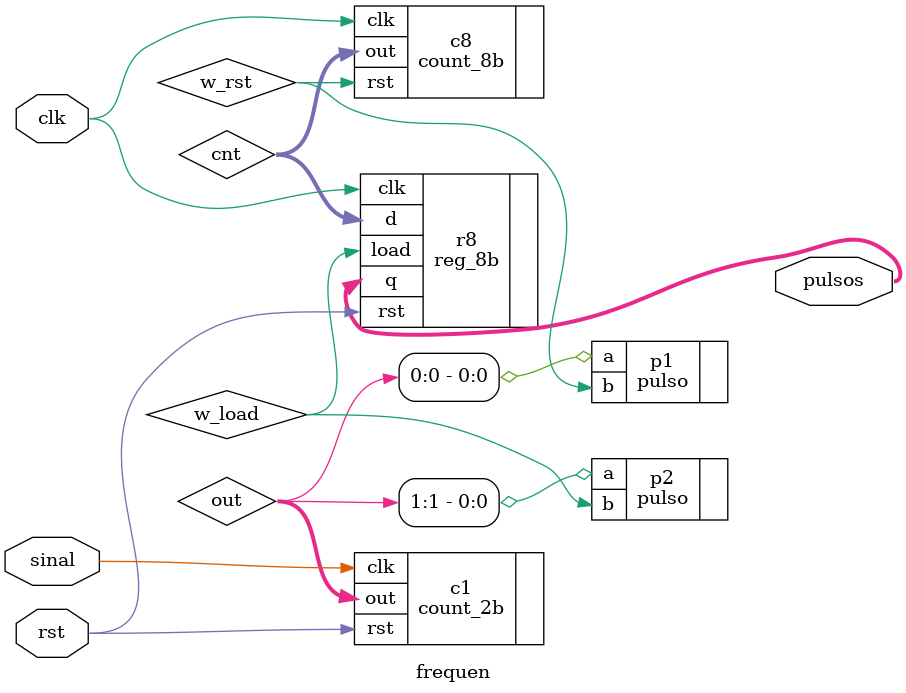
<source format=v>
module frequen (
    input sinal,
    input clk,
    input rst,
    output [7:0] pulsos
);

    wire [7:0] cnt;
    wire [1:0] out;
    wire w_rst, w_load;

    count_2b c1 (.clk(sinal), .rst(rst), .out(out));
    pulso p1 (.a(out[0]), .b(w_rst));
    pulso p2 (.a(out[1]), .b(w_load));
    count_8b c8 (.clk(clk), .rst(w_rst), .out(cnt));
    reg_8b r8 (.clk(clk), .rst(rst), .load(w_load), .d(cnt), .q(pulsos));

endmodule

</source>
